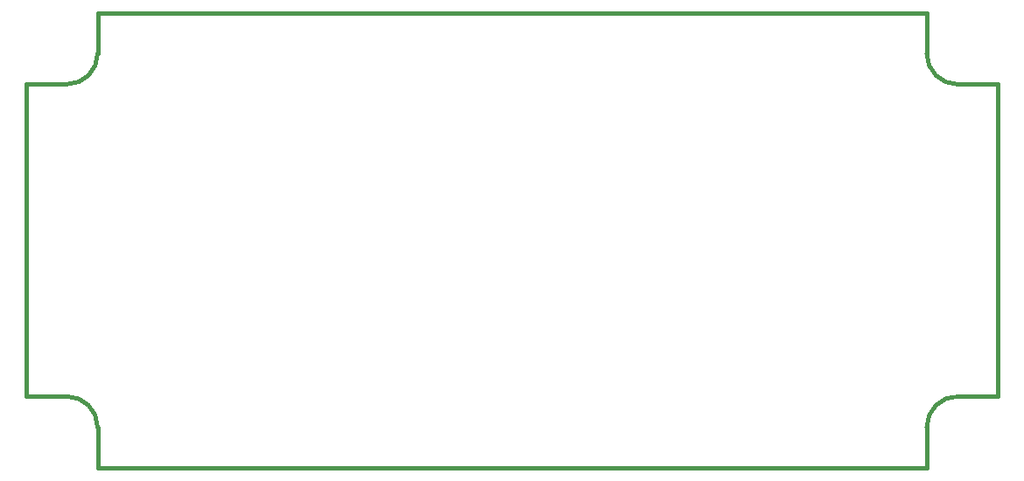
<source format=gbr>
G04 (created by PCBNEW (2013-jul-07)-stable) date Mi 20 Mai 2015 08:33:18 CEST*
%MOIN*%
G04 Gerber Fmt 3.4, Leading zero omitted, Abs format*
%FSLAX34Y34*%
G01*
G70*
G90*
G04 APERTURE LIST*
%ADD10C,0.00590551*%
%ADD11C,0.015*%
G04 APERTURE END LIST*
G54D10*
G54D11*
X40551Y-30709D02*
X40551Y-30748D01*
X72126Y-30709D02*
X40551Y-30709D01*
X37835Y-33425D02*
X37835Y-45315D01*
X39370Y-33425D02*
X37835Y-33425D01*
X74842Y-45315D02*
X74842Y-33425D01*
X40551Y-48031D02*
X72126Y-48031D01*
X40551Y-46496D02*
X40551Y-48031D01*
X39370Y-45315D02*
X37835Y-45315D01*
X72126Y-46496D02*
X72126Y-48031D01*
X73307Y-45315D02*
X74842Y-45315D01*
X73307Y-33425D02*
X74842Y-33425D01*
X72126Y-32244D02*
X72126Y-30709D01*
X40551Y-32244D02*
X40551Y-30709D01*
X72126Y-32244D02*
G75*
G03X73307Y-33425I1181J0D01*
G74*
G01*
X73307Y-45315D02*
G75*
G03X72126Y-46496I0J-1181D01*
G74*
G01*
X39370Y-33425D02*
G75*
G03X40551Y-32244I0J1181D01*
G74*
G01*
X40551Y-46496D02*
G75*
G03X39370Y-45315I-1181J0D01*
G74*
G01*
M02*

</source>
